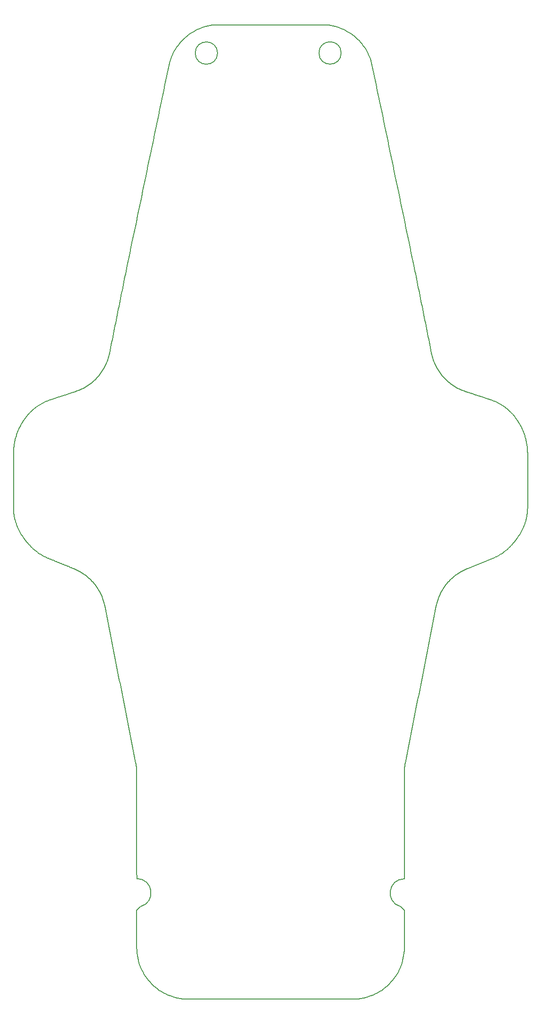
<source format=gm1>
G04 #@! TF.GenerationSoftware,KiCad,Pcbnew,(5.1.0)-1*
G04 #@! TF.CreationDate,2019-06-02T04:00:08-06:00*
G04 #@! TF.ProjectId,hcrn,6863726e-2e6b-4696-9361-645f70636258,0.1*
G04 #@! TF.SameCoordinates,Original*
G04 #@! TF.FileFunction,Profile,NP*
%FSLAX46Y46*%
G04 Gerber Fmt 4.6, Leading zero omitted, Abs format (unit mm)*
G04 Created by KiCad (PCBNEW (5.1.0)-1) date 2019-06-02 04:00:08*
%MOMM*%
%LPD*%
G04 APERTURE LIST*
%ADD10C,0.150000*%
%ADD11C,0.200000*%
G04 APERTURE END LIST*
D10*
X153180000Y-179932894D02*
X152512894Y-180593582D01*
X199969312Y-179932894D02*
X200630000Y-180600000D01*
X152530000Y-174903106D02*
G75*
G02X153180000Y-179932894I0J-2556894D01*
G01*
X199969312Y-179932894D02*
G75*
G02X200630000Y-174939686I660688J2452894D01*
G01*
D11*
X200632280Y-169677125D02*
X200632280Y-168696756D01*
X152522857Y-168696756D02*
X152522857Y-169677125D01*
X204428274Y-75117751D02*
X204329465Y-74627387D01*
X203341382Y-69723751D02*
X203242574Y-69233388D01*
X204230657Y-74137024D02*
X204131849Y-73646660D01*
X203835424Y-72175569D02*
X203736615Y-71685206D01*
X203934232Y-72665933D02*
X203835424Y-72175569D01*
X203637807Y-71194842D02*
X203538999Y-70704479D01*
X200478150Y-55838520D02*
X200243756Y-54715821D01*
X205021123Y-78059932D02*
X204922315Y-77569569D01*
X202946149Y-67762297D02*
X202847341Y-67271934D01*
X202353299Y-64820116D02*
X202118906Y-63697416D01*
X200712544Y-56961220D02*
X200478150Y-55838520D01*
X202649724Y-66291206D02*
X202550916Y-65800843D01*
X204625890Y-76098478D02*
X204527082Y-75608115D01*
X202452108Y-65310479D02*
X202353299Y-64820116D01*
X204329465Y-74627387D02*
X204230657Y-74137024D01*
X202118906Y-63697416D02*
X201884512Y-62574717D01*
X201415725Y-60329318D02*
X201181331Y-59206618D01*
X205657803Y-81114529D02*
X205581586Y-80815003D01*
X204922315Y-77569569D02*
X204823507Y-77079205D01*
X203736615Y-71685206D02*
X203637807Y-71194842D01*
X203044957Y-68252661D02*
X202946149Y-67762297D01*
X201884512Y-62574717D02*
X201650118Y-61452017D01*
X201181331Y-59206618D02*
X200946937Y-58083919D01*
X203440191Y-70214115D02*
X203341382Y-69723751D01*
X205218740Y-79040660D02*
X205119932Y-78550296D01*
X203143766Y-68743024D02*
X203044957Y-68252661D01*
X201650118Y-61452017D02*
X201415725Y-60329318D01*
X204131849Y-73646660D02*
X204033040Y-73156297D01*
X205515165Y-80511750D02*
X205416357Y-80021387D01*
X205317548Y-79531023D02*
X205218740Y-79040660D01*
X203242574Y-69233388D02*
X203143766Y-68743024D01*
X200243756Y-54715821D02*
X200009363Y-53593121D01*
X205416357Y-80021387D02*
X205317548Y-79531023D01*
X199540575Y-51347722D02*
X199306182Y-50225023D01*
X202847341Y-67271934D02*
X202748532Y-66781570D01*
X204527082Y-75608115D02*
X204428274Y-75117751D01*
X203538999Y-70704479D02*
X203440191Y-70214115D01*
X200009363Y-53593121D02*
X199774969Y-52470422D01*
X202748532Y-66781570D02*
X202649724Y-66291206D01*
X204724698Y-76588842D02*
X204625890Y-76098478D01*
X205581586Y-80815003D02*
X205515165Y-80511750D01*
X199774969Y-52470422D02*
X199540575Y-51347722D01*
X204823507Y-77079205D02*
X204724698Y-76588842D01*
X200946937Y-58083919D02*
X200712544Y-56961220D01*
X204033040Y-73156297D02*
X203934232Y-72665933D01*
X202550916Y-65800843D02*
X202452108Y-65310479D01*
X205119932Y-78550296D02*
X205021123Y-78059932D01*
X153848955Y-50225023D02*
X153614562Y-51347722D01*
X148430439Y-76588842D02*
X148331630Y-77079205D01*
X149023288Y-73646660D02*
X148924480Y-74137024D01*
X149813755Y-69723751D02*
X149714947Y-70214115D01*
X148331630Y-77079205D02*
X148232822Y-77569569D01*
X150406605Y-66781570D02*
X150307796Y-67271934D01*
X149319713Y-72175569D02*
X149220905Y-72665933D01*
X147573551Y-80815003D02*
X147497334Y-81114529D01*
X148628055Y-75608115D02*
X148529247Y-76098478D01*
X148035205Y-78550296D02*
X147936397Y-79040660D01*
X148924480Y-74137024D02*
X148825672Y-74627387D01*
X148134014Y-78059932D02*
X148035205Y-78550296D01*
X147738781Y-80021387D02*
X147639972Y-80511750D01*
X149714947Y-70214115D02*
X149616138Y-70704479D01*
X148726864Y-75117751D02*
X148628055Y-75608115D01*
X152676987Y-55838520D02*
X152442593Y-56961220D01*
X153614562Y-51347722D02*
X153380168Y-52470422D01*
X149418522Y-71685206D02*
X149319713Y-72175569D01*
X150307796Y-67271934D02*
X150208988Y-67762297D01*
X148529247Y-76098478D02*
X148430439Y-76588842D01*
X152208200Y-58083919D02*
X151973806Y-59206618D01*
X149122097Y-73156297D02*
X149023288Y-73646660D01*
X147936397Y-79040660D02*
X147837589Y-79531023D01*
X147837589Y-79531023D02*
X147738781Y-80021387D01*
X148825672Y-74627387D02*
X148726864Y-75117751D01*
X150604221Y-65800843D02*
X150505413Y-66291206D01*
X150703030Y-65310479D02*
X150604221Y-65800843D01*
X149912563Y-69233388D02*
X149813755Y-69723751D01*
X152911381Y-54715821D02*
X152676987Y-55838520D01*
X149616138Y-70704479D02*
X149517330Y-71194842D01*
X149220905Y-72665933D02*
X149122097Y-73156297D01*
X150505413Y-66291206D02*
X150406605Y-66781570D01*
X151739412Y-60329318D02*
X151505019Y-61452017D01*
X151505019Y-61452017D02*
X151270625Y-62574717D01*
X151973806Y-59206618D02*
X151739412Y-60329318D01*
X150208988Y-67762297D02*
X150110180Y-68252661D01*
X147639972Y-80511750D02*
X147573551Y-80815003D01*
X153145774Y-53593121D02*
X152911381Y-54715821D01*
X148232822Y-77569569D02*
X148134014Y-78059932D01*
X153380168Y-52470422D02*
X153145774Y-53593121D01*
X151036231Y-63697416D02*
X150801838Y-64820116D01*
X150801838Y-64820116D02*
X150703030Y-65310479D01*
X152442593Y-56961220D02*
X152208200Y-58083919D01*
X150011371Y-68743024D02*
X149912563Y-69233388D01*
X149517330Y-71194842D02*
X149418522Y-71685206D01*
X151270625Y-62574717D02*
X151036231Y-63697416D01*
X150110180Y-68252661D02*
X150011371Y-68743024D01*
X179192829Y-21564659D02*
X178904020Y-21564659D01*
X182080923Y-21564659D02*
X181792114Y-21564659D01*
X176588552Y-21564659D02*
X176587554Y-21564659D01*
X179481639Y-21564659D02*
X179192829Y-21564659D01*
X176882355Y-21564659D02*
X176593545Y-21564659D01*
X181792114Y-21564659D02*
X181503304Y-21564659D01*
X176584558Y-21564659D02*
X176583560Y-21564659D01*
X176592547Y-21564659D02*
X176591548Y-21564659D01*
X178615211Y-21564659D02*
X178326401Y-21564659D01*
X180925685Y-21564659D02*
X180636876Y-21564659D01*
X176582561Y-21564659D02*
X176581563Y-21564659D01*
X176571577Y-21564659D02*
X176570579Y-21564659D01*
X178326401Y-21564659D02*
X178037592Y-21564659D01*
X182947351Y-21564659D02*
X182658542Y-21564659D01*
X176570579Y-21564659D02*
X176569580Y-21564659D01*
X177748783Y-21564659D02*
X177459973Y-21564659D01*
X177171164Y-21564659D02*
X176882355Y-21564659D01*
X176572576Y-21564659D02*
X176571577Y-21564659D01*
X176593545Y-21564659D02*
X176592547Y-21564659D01*
X176578567Y-21564659D02*
X176577569Y-21564659D01*
X180636876Y-21564659D02*
X180348067Y-21564659D01*
X166509403Y-21600059D02*
X166110554Y-21643800D01*
X180059257Y-21564659D02*
X179770448Y-21564659D01*
X174539926Y-21564659D02*
X174251117Y-21564659D01*
X176579566Y-21564659D02*
X176578567Y-21564659D01*
X178037592Y-21564659D02*
X177748783Y-21564659D01*
X176575571Y-21564659D02*
X176574573Y-21564659D01*
X176591548Y-21564659D02*
X176590550Y-21564659D01*
X176590550Y-21564659D02*
X176589551Y-21564659D01*
X176583560Y-21564659D02*
X176582561Y-21564659D01*
X176573574Y-21564659D02*
X176572576Y-21564659D01*
X169630167Y-21564659D02*
X169341358Y-21564659D01*
X182658542Y-21564659D02*
X182369732Y-21564659D01*
X176580564Y-21564659D02*
X176579566Y-21564659D01*
X176574573Y-21564659D02*
X176573574Y-21564659D01*
X172518261Y-21564659D02*
X172229452Y-21564659D01*
X171074214Y-21564659D02*
X170785405Y-21564659D01*
X175117545Y-21564659D02*
X174828736Y-21564659D01*
X176589551Y-21564659D02*
X176588552Y-21564659D01*
X179770448Y-21564659D02*
X179481639Y-21564659D01*
X176563589Y-21564659D02*
X176562590Y-21564659D01*
X167319693Y-21564659D02*
X166912588Y-21573566D01*
X171363024Y-21564659D02*
X171074214Y-21564659D01*
X176585557Y-21564659D02*
X176584558Y-21564659D01*
X176566585Y-21564659D02*
X176565586Y-21564659D01*
X176587554Y-21564659D02*
X176586555Y-21564659D01*
X180348067Y-21564659D02*
X180059257Y-21564659D01*
X167608502Y-21564659D02*
X167319693Y-21564659D01*
X174251117Y-21564659D02*
X173962308Y-21564659D01*
X168474930Y-21564659D02*
X168186121Y-21564659D01*
X173384689Y-21564659D02*
X173095880Y-21564659D01*
X169341358Y-21564659D02*
X169052549Y-21564659D01*
X170785405Y-21564659D02*
X170496596Y-21564659D01*
X171651833Y-21564659D02*
X171363024Y-21564659D01*
X176562590Y-21564659D02*
X176561592Y-21564659D01*
X169052549Y-21564659D02*
X168763739Y-21564659D01*
X175983973Y-21564659D02*
X175695164Y-21564659D01*
X176564588Y-21564659D02*
X176563589Y-21564659D01*
X167897311Y-21564659D02*
X167608502Y-21564659D01*
X168763739Y-21564659D02*
X168474930Y-21564659D01*
X176561592Y-21564659D02*
X176272783Y-21564659D01*
X176567583Y-21564659D02*
X176566585Y-21564659D01*
X181214495Y-21564659D02*
X180925685Y-21564659D01*
X176272783Y-21564659D02*
X175983973Y-21564659D01*
X176565586Y-21564659D02*
X176564588Y-21564659D01*
X177459973Y-21564659D02*
X177171164Y-21564659D01*
X176581563Y-21564659D02*
X176580564Y-21564659D01*
X178904020Y-21564659D02*
X178615211Y-21564659D01*
X165327533Y-21781674D02*
X164944193Y-21875130D01*
X173673498Y-21564659D02*
X173384689Y-21564659D01*
X181503304Y-21564659D02*
X181214495Y-21564659D01*
X176576570Y-21564659D02*
X176575571Y-21564659D01*
X182369732Y-21564659D02*
X182080923Y-21564659D01*
X176577569Y-21564659D02*
X176576570Y-21564659D01*
X175406354Y-21564659D02*
X175117545Y-21564659D01*
X176586555Y-21564659D02*
X176585557Y-21564659D01*
X176569580Y-21564659D02*
X176568582Y-21564659D01*
X174828736Y-21564659D02*
X174539926Y-21564659D01*
D10*
X167040000Y-26650000D02*
G75*
G03X167040000Y-26650000I-2000000J0D01*
G01*
X189280000Y-26630000D02*
G75*
G03X189280000Y-26630000I-2000000J0D01*
G01*
D11*
X198368607Y-45734225D02*
X198134213Y-44611526D01*
X199306182Y-50225023D02*
X199071788Y-49102324D01*
X198603001Y-46856925D02*
X198368607Y-45734225D01*
X199071788Y-49102324D02*
X198837394Y-47979624D01*
X198837394Y-47979624D02*
X198603001Y-46856925D01*
X197899820Y-43488827D02*
X197665426Y-42366127D01*
X191939894Y-23877694D02*
X191645488Y-23628019D01*
X192496538Y-24413217D02*
X192223716Y-24139539D01*
X195321489Y-31139133D02*
X195087096Y-30016433D01*
X194063302Y-26631828D02*
X193879143Y-26284803D01*
X194388206Y-27352911D02*
X194233128Y-26987976D01*
X193469495Y-25619480D02*
X193244839Y-25301858D01*
X195790277Y-33384532D02*
X195555883Y-32261832D01*
X193879143Y-26284803D02*
X193681068Y-25947241D01*
X191340914Y-23390853D02*
X191026590Y-23166535D01*
X192223716Y-24139539D02*
X191939894Y-23877694D01*
X196024670Y-34507231D02*
X195790277Y-33384532D01*
X194852702Y-28893734D02*
X194760783Y-28497042D01*
X191026590Y-23166535D02*
X190702931Y-22955403D01*
X193681068Y-25947241D02*
X193469495Y-25619480D01*
X193244839Y-25301858D02*
X193007516Y-24994715D01*
X195087096Y-30016433D02*
X194852702Y-28893734D01*
X197431032Y-41243428D02*
X197196639Y-40120728D01*
X194233128Y-26987976D02*
X194063302Y-26631828D01*
X194760783Y-28497042D02*
X194652450Y-28107782D01*
X196259064Y-35629931D02*
X196024670Y-34507231D01*
X194652450Y-28107782D02*
X194528119Y-27726292D01*
X193007516Y-24994715D02*
X192757944Y-24698388D01*
X196493458Y-36752630D02*
X196259064Y-35629931D01*
X196727851Y-37875329D02*
X196493458Y-36752630D01*
X191645488Y-23628019D02*
X191340914Y-23390853D01*
X196962245Y-38998029D02*
X196727851Y-37875329D01*
X194528119Y-27726292D02*
X194388206Y-27352911D01*
X195555883Y-32261832D02*
X195321489Y-31139133D01*
X192757944Y-24698388D02*
X192496538Y-24413217D01*
X197665426Y-42366127D02*
X197431032Y-41243428D01*
X197196639Y-40120728D02*
X196962245Y-38998029D01*
X198134213Y-44611526D02*
X197899820Y-43488827D01*
X188959200Y-22109386D02*
X188588281Y-21984480D01*
X185835444Y-21564659D02*
X185546635Y-21564659D01*
X172229452Y-21564659D02*
X171940642Y-21564659D01*
X183813779Y-21564659D02*
X183524970Y-21564659D01*
X169918977Y-21564659D02*
X169630167Y-21564659D01*
X184102588Y-21564659D02*
X183813779Y-21564659D01*
X184391398Y-21564659D02*
X184102588Y-21564659D01*
X183524970Y-21564659D02*
X183236160Y-21564659D01*
X170496596Y-21564659D02*
X170207786Y-21564659D01*
X165716459Y-21704452D02*
X165327533Y-21781674D01*
X170207786Y-21564659D02*
X169918977Y-21564659D01*
X173962308Y-21564659D02*
X173673498Y-21564659D01*
X172807070Y-21564659D02*
X172518261Y-21564659D01*
X168186121Y-21564659D02*
X167897311Y-21564659D01*
X184680207Y-21564659D02*
X184391398Y-21564659D01*
X190702931Y-22955403D02*
X190370355Y-22757796D01*
X185257826Y-21564659D02*
X184969016Y-21564659D01*
X186645734Y-21600059D02*
X186242549Y-21573566D01*
X184969016Y-21564659D02*
X184680207Y-21564659D01*
X185546635Y-21564659D02*
X185257826Y-21564659D01*
X183236160Y-21564659D02*
X182947351Y-21564659D01*
X189680114Y-22404510D02*
X189323283Y-22249508D01*
X189323283Y-22249508D02*
X188959200Y-22109386D01*
X188588281Y-21984480D02*
X188210944Y-21875130D01*
X190370355Y-22757796D02*
X190029277Y-22574052D01*
X187438678Y-21704452D02*
X187044583Y-21643800D01*
X186242549Y-21573566D02*
X185835444Y-21564659D01*
X175695164Y-21564659D02*
X175406354Y-21564659D01*
X171940642Y-21564659D02*
X171651833Y-21564659D01*
X166110554Y-21643800D02*
X165716459Y-21704452D01*
X166912588Y-21573566D02*
X166509403Y-21600059D01*
X176568582Y-21564659D02*
X176567583Y-21564659D01*
X187827604Y-21781674D02*
X187438678Y-21704452D01*
X173095880Y-21564659D02*
X172807070Y-21564659D01*
X190029277Y-22574052D02*
X189680114Y-22404510D01*
X188210944Y-21875130D02*
X187827604Y-21781674D01*
X187044583Y-21643800D02*
X186645734Y-21600059D01*
X164944193Y-21875130D02*
X164566856Y-21984480D01*
X140090000Y-87900000D02*
X139951608Y-87945273D01*
X137183770Y-88850741D02*
X137045378Y-88896015D01*
X136718798Y-89009677D02*
X136557473Y-89070964D01*
X133539993Y-90996465D02*
X133417030Y-91116376D01*
X139813216Y-87990547D02*
X139674824Y-88035820D01*
X140505175Y-87764180D02*
X140366784Y-87809453D01*
X140366784Y-87809453D02*
X140228392Y-87854726D01*
X133177636Y-91363274D02*
X133061279Y-91490210D01*
X132947197Y-91619434D02*
X132835427Y-91750923D01*
X138982864Y-88262187D02*
X138844473Y-88307460D01*
X138844473Y-88307460D02*
X138706081Y-88352734D01*
X138152513Y-88533827D02*
X138014121Y-88579101D01*
X140781959Y-87673633D02*
X140643567Y-87718906D01*
X137737337Y-88669648D02*
X137598945Y-88714921D01*
X139536432Y-88081093D02*
X139398040Y-88126367D01*
X139121256Y-88216914D02*
X138982864Y-88262187D01*
X138429297Y-88443281D02*
X138290905Y-88488554D01*
X136881445Y-88951352D02*
X136718798Y-89009677D01*
X136557473Y-89070964D02*
X136397507Y-89135188D01*
X135619343Y-89499448D02*
X135468299Y-89580747D01*
X140920351Y-87628359D02*
X140781959Y-87673633D01*
X135771964Y-89420930D02*
X135619343Y-89499448D01*
X137598945Y-88714921D02*
X137460553Y-88760194D01*
X137460553Y-88760194D02*
X137322162Y-88805468D01*
X135468299Y-89580747D02*
X135318872Y-89664802D01*
X135318872Y-89664802D02*
X135171096Y-89751585D01*
X135171096Y-89751585D02*
X135025009Y-89841072D01*
X134738048Y-90028054D02*
X134597247Y-90125497D01*
X134458282Y-90225539D02*
X134321188Y-90328156D01*
X136081798Y-89272342D02*
X135926129Y-89345220D01*
X141058743Y-87583086D02*
X140920351Y-87628359D01*
X136397507Y-89135188D02*
X136238937Y-89202323D01*
X134052764Y-90541008D02*
X133921507Y-90651192D01*
X141335527Y-87492539D02*
X141197135Y-87537813D01*
X140228392Y-87854726D02*
X140090000Y-87900000D01*
X141767313Y-87345802D02*
X141473919Y-87447266D01*
X138706081Y-88352734D02*
X138567689Y-88398007D01*
X138567689Y-88398007D02*
X138429297Y-88443281D01*
X138290905Y-88488554D02*
X138152513Y-88533827D01*
X140643567Y-87718906D02*
X140505175Y-87764180D01*
X139951608Y-87945273D02*
X139813216Y-87990547D01*
X137322162Y-88805468D02*
X137183770Y-88850741D01*
X135025009Y-89841072D02*
X134880647Y-89933237D01*
X139398040Y-88126367D02*
X139259648Y-88171640D01*
X134880647Y-89933237D02*
X134738048Y-90028054D01*
X141473919Y-87447266D02*
X141335527Y-87492539D01*
X134597247Y-90125497D02*
X134458282Y-90225539D01*
X137045378Y-88896015D02*
X136881445Y-88951352D01*
X135926129Y-89345220D02*
X135771964Y-89420930D01*
X137875729Y-88624374D02*
X137737337Y-88669648D01*
X136238937Y-89202323D02*
X136081798Y-89272342D01*
X134186004Y-90433321D02*
X134052764Y-90541008D01*
X133921507Y-90651192D02*
X133792268Y-90763847D01*
X133792268Y-90763847D02*
X133665084Y-90878946D01*
X133665084Y-90878946D02*
X133539993Y-90996465D01*
X139674824Y-88035820D02*
X139536432Y-88081093D01*
X139259648Y-88171640D02*
X139121256Y-88216914D01*
X138014121Y-88579101D02*
X137875729Y-88624374D01*
X141197135Y-87537813D02*
X141058743Y-87583086D01*
X134321188Y-90328156D02*
X134186004Y-90433321D01*
X142055859Y-87235046D02*
X141767313Y-87345802D01*
X133417030Y-91116376D02*
X133296232Y-91238655D01*
X133296232Y-91238655D02*
X133177636Y-91363274D01*
X133061279Y-91490210D02*
X132947197Y-91619434D01*
X147097809Y-82271656D02*
X146975088Y-82549766D01*
X146232693Y-83864007D02*
X146059610Y-84110296D01*
X145878710Y-84350631D02*
X145690159Y-84584828D01*
X146975088Y-82549766D02*
X146843561Y-82823036D01*
X143420099Y-86548382D02*
X143158266Y-86702815D01*
X146059610Y-84110296D02*
X145878710Y-84350631D01*
X143676094Y-86385771D02*
X143420099Y-86548382D01*
X143158266Y-86702815D02*
X142890760Y-86848883D01*
X144407407Y-85850719D02*
X144169913Y-86036754D01*
X142890760Y-86848883D02*
X142617747Y-86986401D01*
X146554749Y-83354314D02*
X146397794Y-83611952D01*
X142617747Y-86986401D02*
X142339392Y-87115184D01*
X142339392Y-87115184D02*
X142055859Y-87235046D01*
X146397794Y-83611952D02*
X146232693Y-83864007D01*
X144862739Y-85456524D02*
X144638404Y-85657247D01*
X147211559Y-81988892D02*
X147097809Y-82271656D01*
X145080247Y-85248735D02*
X144862739Y-85456524D01*
X146703394Y-83091280D02*
X146554749Y-83354314D01*
X146843561Y-82823036D02*
X146703394Y-83091280D01*
X145494122Y-84812702D02*
X145290763Y-85034066D01*
X144169913Y-86036754D02*
X143926087Y-86215166D01*
X147497334Y-81114529D02*
X147411486Y-81410143D01*
X147411486Y-81410143D02*
X147316173Y-81701659D01*
X144638404Y-85657247D02*
X144407407Y-85850719D01*
X143926087Y-86215166D02*
X143676094Y-86385771D01*
X147316173Y-81701659D02*
X147211559Y-81988892D01*
X145290763Y-85034066D02*
X145080247Y-85248735D01*
X145690159Y-84584828D02*
X145494122Y-84812702D01*
X219858907Y-91238655D02*
X219738107Y-91116376D01*
X219738107Y-91116376D02*
X219615141Y-90996465D01*
X219490048Y-90878946D02*
X219362862Y-90763847D01*
X219977505Y-91363274D02*
X219858907Y-91238655D01*
X219615141Y-90996465D02*
X219490048Y-90878946D01*
X132511013Y-114130618D02*
X132527327Y-114151388D01*
X132706786Y-114379860D02*
X132723100Y-114400630D01*
X132804672Y-114504481D02*
X132820987Y-114525251D01*
X132083086Y-113572716D02*
X132197448Y-113728133D01*
X133855219Y-115644810D02*
X133966186Y-115744935D01*
X131760777Y-113094014D02*
X131864730Y-113255598D01*
X131294079Y-112258196D02*
X131380275Y-112428883D01*
X131470064Y-112597867D02*
X131563424Y-112765090D01*
X132197448Y-113728133D02*
X132315240Y-113881376D01*
X132723100Y-114400630D02*
X132739415Y-114421400D01*
X133026969Y-114779539D02*
X133124496Y-114893781D01*
X133531995Y-115333546D02*
X133638099Y-115439098D01*
X132608900Y-114255239D02*
X132625214Y-114276009D01*
X134544150Y-116217525D02*
X134664202Y-116306312D01*
X134785685Y-116393147D02*
X134908576Y-116478012D01*
X132820987Y-114525251D02*
X132837301Y-114546021D01*
X134908576Y-116478012D02*
X135032850Y-116560889D01*
X135032850Y-116560889D02*
X135158484Y-116641761D01*
X132527327Y-114151388D02*
X132543642Y-114172158D01*
X132347869Y-113922916D02*
X132364183Y-113943686D01*
X135158484Y-116641761D02*
X135285455Y-116720610D01*
X132396812Y-113985227D02*
X132413127Y-114005997D01*
X132625214Y-114276009D02*
X132641528Y-114296779D01*
X132772044Y-114462940D02*
X132788358Y-114483710D01*
X133324814Y-115117139D02*
X133427558Y-115226221D01*
X132380498Y-113964457D02*
X132396812Y-113985227D01*
X132413127Y-114005997D02*
X132429441Y-114026767D01*
X132931230Y-114663613D02*
X133026969Y-114779539D01*
X131380275Y-112428883D02*
X131470064Y-112597867D01*
X132788358Y-114483710D02*
X132804672Y-114504481D01*
X132445755Y-114047537D02*
X132462070Y-114068307D01*
X132429441Y-114026767D02*
X132445755Y-114047537D01*
X132592585Y-114234469D02*
X132608900Y-114255239D01*
X133223785Y-115006320D02*
X133324814Y-115117139D01*
X133638099Y-115439098D02*
X133745849Y-115542859D01*
X132559956Y-114192928D02*
X132576271Y-114213698D01*
X131660335Y-112930492D02*
X131760777Y-113094014D01*
X132690472Y-114359090D02*
X132706786Y-114379860D01*
X132478384Y-114089077D02*
X132494699Y-114109848D01*
X132739415Y-114421400D02*
X132755729Y-114442170D01*
X132331555Y-113902146D02*
X132347869Y-113922916D01*
X132755729Y-114442170D02*
X132772044Y-114462940D01*
X133427558Y-115226221D02*
X133531995Y-115333546D01*
X133745849Y-115542859D02*
X133855219Y-115644810D01*
X133966186Y-115744935D02*
X134078727Y-115843214D01*
X132494699Y-114109848D02*
X132511013Y-114130618D01*
X131972173Y-113415185D02*
X132083086Y-113572716D01*
X134192817Y-115939630D02*
X134308434Y-116034166D01*
X131864730Y-113255598D02*
X131972173Y-113415185D01*
X132641528Y-114296779D02*
X132657843Y-114317549D01*
X132837301Y-114546021D02*
X132931230Y-114663613D01*
X133124496Y-114893781D02*
X133223785Y-115006320D01*
X132657843Y-114317549D02*
X132674157Y-114338319D01*
X132364183Y-113943686D02*
X132380498Y-113964457D01*
X134308434Y-116034166D02*
X134425552Y-116126804D01*
X132543642Y-114172158D02*
X132559956Y-114192928D01*
X132576271Y-114213698D02*
X132592585Y-114234469D01*
X134425552Y-116126804D02*
X134544150Y-116217525D01*
X132674157Y-114338319D02*
X132690472Y-114359090D01*
X134664202Y-116306312D02*
X134785685Y-116393147D01*
X131563424Y-112765090D02*
X131660335Y-112930492D01*
X132315240Y-113881376D02*
X132331555Y-113902146D01*
X132462070Y-114068307D02*
X132478384Y-114089077D01*
X134078727Y-115843214D02*
X134192817Y-115939630D01*
X130634151Y-110470598D02*
X130683309Y-110655080D01*
X130792990Y-111020642D02*
X130853473Y-111201603D01*
X130347703Y-108191262D02*
X130349730Y-108384535D01*
X130365881Y-108769794D02*
X130379965Y-108961664D01*
X130736262Y-110838448D02*
X130792990Y-111020642D01*
X130917690Y-111381273D02*
X130985621Y-111559593D01*
X130347703Y-107002013D02*
X130347703Y-107299325D01*
X130347703Y-107299325D02*
X130347703Y-107596638D01*
X130853473Y-111201603D02*
X130917690Y-111381273D01*
X130547303Y-110098524D02*
X130588809Y-110285060D01*
X130588809Y-110285060D02*
X130634151Y-110470598D01*
X130985621Y-111559593D02*
X131057246Y-111736504D01*
X131057246Y-111736504D02*
X131132544Y-111911947D01*
X130347703Y-106704700D02*
X130347703Y-107002013D01*
X131132544Y-111911947D02*
X131211495Y-112085864D01*
X131211495Y-112085864D02*
X131294079Y-112258196D01*
X130347703Y-107596638D02*
X130347703Y-107893950D01*
X130347703Y-107893950D02*
X130347703Y-108191262D01*
X130446005Y-109533523D02*
X130475881Y-109722697D01*
X130475881Y-109722697D02*
X130509654Y-109911050D01*
X130509654Y-109911050D02*
X130547303Y-110098524D01*
X130420047Y-109343586D02*
X130446005Y-109533523D01*
X130347703Y-106407388D02*
X130347703Y-106704700D01*
X130379965Y-108961664D02*
X130398027Y-109152947D01*
X130683309Y-110655080D02*
X130736262Y-110838448D01*
X130349730Y-108384535D02*
X130355796Y-108577399D01*
X130355796Y-108577399D02*
X130365881Y-108769794D01*
X130398027Y-109152947D02*
X130420047Y-109343586D01*
X214725840Y-88443281D02*
X214587448Y-88398007D01*
X215694584Y-88760194D02*
X215556192Y-88714921D01*
X215279408Y-88624374D02*
X215141016Y-88579101D01*
X216109759Y-88896015D02*
X215971367Y-88850741D01*
X215832975Y-88805468D02*
X215694584Y-88760194D01*
X215417800Y-88669648D02*
X215279408Y-88624374D01*
X215971367Y-88850741D02*
X215832975Y-88805468D01*
X215556192Y-88714921D02*
X215417800Y-88669648D01*
X215141016Y-88579101D02*
X215002624Y-88533827D01*
X215002624Y-88533827D02*
X214864232Y-88488554D01*
X214864232Y-88488554D02*
X214725840Y-88443281D01*
X139486422Y-118553445D02*
X139629571Y-118611423D01*
X141204211Y-119249179D02*
X141471828Y-119362500D01*
X142736636Y-120044208D02*
X142974028Y-120202463D01*
X137625483Y-117799733D02*
X137768632Y-117857710D01*
X145024160Y-122140362D02*
X145193920Y-122366207D01*
X135543310Y-116872166D02*
X135674148Y-116944837D01*
X136484411Y-117336254D02*
X136623440Y-117393888D01*
X136766589Y-117451865D02*
X136909738Y-117509843D01*
X137196036Y-117625799D02*
X137339185Y-117683777D01*
X137768632Y-117857710D02*
X137911782Y-117915688D01*
X141471828Y-119362500D02*
X141734734Y-119483705D01*
X143652710Y-120718208D02*
X143867338Y-120903256D01*
X138484378Y-118147600D02*
X138627527Y-118205578D01*
X140345316Y-118901312D02*
X140488465Y-118959290D01*
X144664366Y-121704892D02*
X144847599Y-121919871D01*
X142974028Y-120202463D02*
X143205924Y-120367654D01*
X145193920Y-122366207D02*
X145356747Y-122597247D01*
X145356747Y-122597247D02*
X145512511Y-122833325D01*
X135939523Y-117083879D02*
X136074013Y-117150213D01*
X136346481Y-117276418D02*
X136484411Y-117336254D01*
X138198080Y-118031644D02*
X138341229Y-118089622D01*
X139629571Y-118611423D02*
X139772720Y-118669401D01*
X140488465Y-118959290D02*
X140631614Y-119017268D01*
X142245891Y-119749137D02*
X142493880Y-119893047D01*
X144278410Y-121292101D02*
X144474593Y-121495582D01*
X145512511Y-122833325D02*
X145661081Y-123074282D01*
X143432196Y-120539621D02*
X143652710Y-120718208D01*
X145661081Y-123074282D02*
X145802326Y-123319959D01*
X135674148Y-116944837D02*
X135806226Y-117015414D01*
X136623440Y-117393888D02*
X136766589Y-117451865D01*
X138913825Y-118321533D02*
X139056974Y-118379511D01*
X138770676Y-118263556D02*
X138913825Y-118321533D01*
X140202167Y-118843334D02*
X140345316Y-118901312D01*
X142493880Y-119893047D02*
X142736636Y-120044208D01*
X135806226Y-117015414D02*
X135939523Y-117083879D01*
X139915869Y-118727378D02*
X140059018Y-118785356D01*
X137052887Y-117567821D02*
X137196036Y-117625799D01*
X141061062Y-119191201D02*
X141204211Y-119249179D01*
X139200123Y-118437489D02*
X139343273Y-118495467D01*
X141734734Y-119483705D02*
X141992798Y-119612637D01*
X138054931Y-117973666D02*
X138198080Y-118031644D01*
X141992798Y-119612637D02*
X142245891Y-119749137D01*
X144075948Y-121094606D02*
X144278410Y-121292101D01*
X135285455Y-116720610D02*
X135413738Y-116797417D01*
X144474593Y-121495582D02*
X144664366Y-121704892D01*
X139343273Y-118495467D02*
X139486422Y-118553445D01*
X137482334Y-117741755D02*
X137625483Y-117799733D01*
X144847599Y-121919871D02*
X145024160Y-122140362D01*
X136074013Y-117150213D02*
X136209673Y-117214398D01*
X137339185Y-117683777D02*
X137482334Y-117741755D01*
X140631614Y-119017268D02*
X140774764Y-119075246D01*
X143205924Y-120367654D02*
X143432196Y-120539621D01*
X136209673Y-117214398D02*
X136346481Y-117276418D01*
X138341229Y-118089622D02*
X138484378Y-118147600D01*
X140774764Y-119075246D02*
X140917913Y-119133223D01*
X139772720Y-118669401D02*
X139915869Y-118727378D01*
X140059018Y-118785356D02*
X140202167Y-118843334D01*
X143867338Y-120903256D02*
X144075948Y-121094606D01*
X138627527Y-118205578D02*
X138770676Y-118263556D01*
X140917913Y-119133223D02*
X141061062Y-119191201D01*
X136909738Y-117509843D02*
X137052887Y-117567821D01*
X135413738Y-116797417D02*
X135543310Y-116872166D01*
X137911782Y-117915688D02*
X138054931Y-117973666D01*
X139056974Y-118379511D02*
X139200123Y-118437489D01*
X148696136Y-135683237D02*
X148870041Y-136563387D01*
X146957082Y-126881738D02*
X147130988Y-127761888D01*
X147478798Y-129522187D02*
X147652704Y-130402337D01*
X148348325Y-133922937D02*
X148522230Y-134803087D01*
X148522230Y-134803087D02*
X148696136Y-135683237D01*
X146652922Y-125436353D02*
X146722365Y-125717401D01*
X147130988Y-127761888D02*
X147304893Y-128642038D01*
X146574978Y-125158602D02*
X146652922Y-125436353D01*
X146394110Y-124613625D02*
X146488664Y-124884307D01*
X146180808Y-124083736D02*
X146291448Y-124346716D01*
X147304893Y-128642038D02*
X147478798Y-129522187D01*
X145802326Y-123319959D02*
X145936116Y-123570200D01*
X146722365Y-125717401D02*
X146783177Y-126001588D01*
X145936116Y-123570200D02*
X146062320Y-123824845D01*
X146291448Y-124346716D02*
X146394110Y-124613625D01*
X147652704Y-130402337D02*
X147826609Y-131282487D01*
X147826609Y-131282487D02*
X148000514Y-132162637D01*
X148000514Y-132162637D02*
X148174420Y-133042787D01*
X148174420Y-133042787D02*
X148348325Y-133922937D01*
X146488664Y-124884307D02*
X146574978Y-125158602D01*
X146062320Y-123824845D02*
X146180808Y-124083736D01*
X146783177Y-126001588D02*
X146957082Y-126881738D01*
X158766931Y-27352911D02*
X158627018Y-27726292D01*
X156427286Y-37875329D02*
X156192892Y-38998029D01*
X155020924Y-44611526D02*
X154786530Y-45734225D01*
X161814223Y-23390853D02*
X161509649Y-23628019D01*
X161509649Y-23628019D02*
X161215243Y-23877694D01*
X154552136Y-46856925D02*
X154317743Y-47979624D01*
X156192892Y-38998029D02*
X155958498Y-40120728D01*
X154317743Y-47979624D02*
X154083349Y-49102324D01*
X162452206Y-22955403D02*
X162128547Y-23166535D01*
X157833648Y-31139133D02*
X157599254Y-32261832D01*
X156896073Y-35629931D02*
X156661679Y-36752630D01*
X154786530Y-45734225D02*
X154552136Y-46856925D01*
X157130467Y-34507231D02*
X156896073Y-35629931D01*
X160931421Y-24139539D02*
X160658599Y-24413217D01*
X162784783Y-22757796D02*
X162452206Y-22955403D01*
X160147621Y-24994715D02*
X159910299Y-25301858D01*
X158627018Y-27726292D02*
X158502687Y-28107782D01*
X160397193Y-24698388D02*
X160147621Y-24994715D01*
X159910299Y-25301858D02*
X159685642Y-25619480D01*
X157364860Y-33384532D02*
X157130467Y-34507231D01*
X155489711Y-42366127D02*
X155255317Y-43488827D01*
X163125860Y-22574052D02*
X162784783Y-22757796D01*
X159685642Y-25619480D02*
X159474069Y-25947241D01*
X159474069Y-25947241D02*
X159275994Y-26284803D01*
X163831854Y-22249508D02*
X163475023Y-22404510D01*
X164566856Y-21984480D02*
X164195937Y-22109386D01*
X161215243Y-23877694D02*
X160931421Y-24139539D01*
X159091836Y-26631828D02*
X158922009Y-26987976D01*
X162128547Y-23166535D02*
X161814223Y-23390853D01*
X158394354Y-28497042D02*
X158302435Y-28893734D01*
X158068041Y-30016433D02*
X157833648Y-31139133D01*
X156661679Y-36752630D02*
X156427286Y-37875329D01*
X164195937Y-22109386D02*
X163831854Y-22249508D01*
X158922009Y-26987976D02*
X158766931Y-27352911D01*
X155958498Y-40120728D02*
X155724105Y-41243428D01*
X155724105Y-41243428D02*
X155489711Y-42366127D01*
X155255317Y-43488827D02*
X155020924Y-44611526D01*
X154083349Y-49102324D02*
X153848955Y-50225023D01*
X160658599Y-24413217D02*
X160397193Y-24698388D01*
X158502687Y-28107782D02*
X158394354Y-28497042D01*
X158302435Y-28893734D02*
X158068041Y-30016433D01*
X163475023Y-22404510D02*
X163125860Y-22574052D01*
X159275994Y-26284803D02*
X159091836Y-26631828D01*
X157599254Y-32261832D02*
X157364860Y-33384532D01*
X217073329Y-89272342D02*
X216916192Y-89202323D01*
X217383161Y-89420930D02*
X217228998Y-89345220D01*
X217836252Y-89664802D02*
X217686825Y-89580747D01*
X216757623Y-89135188D02*
X216597658Y-89070964D01*
X216597658Y-89070964D02*
X216436335Y-89009677D01*
X217535782Y-89499448D02*
X217383161Y-89420930D01*
X216273690Y-88951352D02*
X216109759Y-88896015D01*
X217228998Y-89345220D02*
X217073329Y-89272342D01*
X216436335Y-89009677D02*
X216273690Y-88951352D01*
X216916192Y-89202323D02*
X216757623Y-89135188D01*
X217686825Y-89580747D02*
X217535782Y-89499448D01*
X218557876Y-90125497D02*
X218417075Y-90028054D01*
X217984027Y-89751585D02*
X217836252Y-89664802D01*
X219233622Y-90651192D02*
X219102363Y-90541008D01*
X218274476Y-89933237D02*
X218130114Y-89841072D01*
X218696842Y-90225539D02*
X218557876Y-90125497D01*
X218130114Y-89841072D02*
X217984027Y-89751585D01*
X219102363Y-90541008D02*
X218969122Y-90433321D01*
X218969122Y-90433321D02*
X218833937Y-90328156D01*
X219362862Y-90763847D02*
X219233622Y-90651192D01*
X218833937Y-90328156D02*
X218696842Y-90225539D01*
X218417075Y-90028054D02*
X218274476Y-89933237D01*
X132618947Y-92020587D02*
X132618947Y-92020587D01*
X130347703Y-102542327D02*
X130347703Y-102839639D01*
X130347703Y-104623513D02*
X130347703Y-104920826D01*
X130347703Y-102245014D02*
X130347703Y-102542327D01*
X131344360Y-94125903D02*
X131253227Y-94329481D01*
X132222680Y-92567977D02*
X132098592Y-92755218D01*
X132618951Y-92020587D02*
X132618950Y-92020587D01*
X130347703Y-98677265D02*
X130347703Y-98974578D01*
X130347703Y-105218138D02*
X130347703Y-105515451D01*
X130347703Y-100163827D02*
X130347703Y-100461140D01*
X131642864Y-93526281D02*
X131539201Y-93724235D01*
X130461061Y-97109939D02*
X130431124Y-97331775D01*
X130347703Y-99271890D02*
X130347703Y-99569202D01*
X130347703Y-100461140D02*
X130347703Y-100758452D01*
X130347703Y-99866515D02*
X130347703Y-100163827D01*
X132618947Y-92020587D02*
X132482880Y-92200595D01*
X130431124Y-97331775D02*
X130405729Y-97554412D01*
X130347703Y-101055764D02*
X130347703Y-101353077D01*
X130347703Y-104920826D02*
X130347703Y-105218138D01*
X130495518Y-96888970D02*
X130461061Y-97109939D01*
X130534472Y-96668937D02*
X130495518Y-96888970D01*
X130347703Y-105515451D02*
X130347703Y-105812763D01*
X132618949Y-92020587D02*
X132618948Y-92020587D01*
X131862558Y-93136464D02*
X131750657Y-93330334D01*
X130347703Y-105812763D02*
X130347703Y-106110075D01*
X130347703Y-106110075D02*
X130347703Y-106407388D01*
X132350783Y-92383080D02*
X132222680Y-92567977D01*
X130347703Y-100758452D02*
X130347703Y-101055764D01*
X132618948Y-92020587D02*
X132618947Y-92020587D01*
X131978544Y-92944736D02*
X131862558Y-93136464D01*
X130577900Y-96449906D02*
X130534472Y-96668937D01*
X130347703Y-103136951D02*
X130347703Y-103434264D01*
X130347703Y-104028889D02*
X130347703Y-104326201D01*
X131539201Y-93724235D02*
X131439692Y-93924132D01*
X130678088Y-96015120D02*
X130625780Y-96231945D01*
X130795898Y-95585147D02*
X130734802Y-95799498D01*
X131253227Y-94329481D02*
X131166316Y-94534799D01*
X132618950Y-92020587D02*
X132618949Y-92020587D01*
X130384901Y-97777783D02*
X130368661Y-98001821D01*
X132618950Y-92020587D02*
X132618950Y-92020587D01*
X131750657Y-93330334D02*
X131642864Y-93526281D01*
X131439692Y-93924132D02*
X131344360Y-94125903D01*
X131005253Y-94950389D02*
X130931146Y-95160525D01*
X130347703Y-99569202D02*
X130347703Y-99866515D01*
X130347703Y-101353077D02*
X130347703Y-101650389D01*
X131083650Y-94741791D02*
X131005253Y-94950389D01*
X130931146Y-95160525D02*
X130861353Y-95372134D01*
X130734802Y-95799498D02*
X130678088Y-96015120D01*
X130347703Y-101650389D02*
X130347703Y-101947702D01*
X130347703Y-101947702D02*
X130347703Y-102245014D01*
X132482880Y-92200595D02*
X132350783Y-92383080D01*
X132098592Y-92755218D02*
X131978544Y-92944736D01*
X130368661Y-98001821D02*
X130357033Y-98226459D01*
X130347703Y-102839639D02*
X130347703Y-103136951D01*
X130347703Y-103434264D02*
X130347703Y-103731576D01*
X130347703Y-103731576D02*
X130347703Y-104028889D01*
X130347703Y-104326201D02*
X130347703Y-104623513D01*
X130357033Y-98226459D02*
X130350039Y-98451629D01*
X130625780Y-96231945D02*
X130577900Y-96449906D01*
X130405729Y-97554412D02*
X130384901Y-97777783D01*
X131166316Y-94534799D02*
X131083650Y-94741791D01*
X130861353Y-95372134D02*
X130795898Y-95585147D01*
X130350039Y-98451629D02*
X130347703Y-98677265D01*
X130347703Y-98974578D02*
X130347703Y-99271890D01*
X132618960Y-92020587D02*
X132618959Y-92020587D01*
X132618955Y-92020587D02*
X132618954Y-92020587D01*
X132618954Y-92020587D02*
X132618954Y-92020587D01*
X132618954Y-92020587D02*
X132618953Y-92020587D01*
X132618953Y-92020587D02*
X132618952Y-92020587D01*
X132618952Y-92020587D02*
X132618952Y-92020587D01*
X132618956Y-92020587D02*
X132618955Y-92020587D01*
X132618952Y-92020587D02*
X132618951Y-92020587D01*
X132618966Y-92020587D02*
X132618966Y-92020587D01*
X132618964Y-92020587D02*
X132618964Y-92020587D01*
X132726005Y-91884649D02*
X132618968Y-92020587D01*
X132618965Y-92020587D02*
X132618964Y-92020587D01*
X132618964Y-92020587D02*
X132618963Y-92020587D01*
X132618963Y-92020587D02*
X132618962Y-92020587D01*
X132618962Y-92020587D02*
X132618962Y-92020587D01*
X132618968Y-92020587D02*
X132618968Y-92020587D01*
X132618968Y-92020587D02*
X132618967Y-92020587D01*
X132618967Y-92020587D02*
X132618966Y-92020587D01*
X132618961Y-92020587D02*
X132618960Y-92020587D01*
X132835427Y-91750923D02*
X132726005Y-91884649D01*
X132618960Y-92020587D02*
X132618960Y-92020587D01*
X132618959Y-92020587D02*
X132618958Y-92020587D01*
X132618958Y-92020587D02*
X132618957Y-92020587D01*
X132618966Y-92020587D02*
X132618965Y-92020587D01*
X132618956Y-92020587D02*
X132618956Y-92020587D01*
X132618958Y-92020587D02*
X132618958Y-92020587D01*
X132618957Y-92020587D02*
X132618956Y-92020587D01*
X132618962Y-92020587D02*
X132618961Y-92020587D01*
X205943578Y-81988892D02*
X205838964Y-81701659D01*
X206451744Y-83091280D02*
X206311576Y-82823036D01*
X206311576Y-82823036D02*
X206180049Y-82549766D01*
X206180049Y-82549766D02*
X206057328Y-82271656D01*
X206057328Y-82271656D02*
X205943578Y-81988892D01*
X205838964Y-81701659D02*
X205743651Y-81410143D01*
X205743651Y-81410143D02*
X205657803Y-81114529D01*
X209479043Y-86385771D02*
X209229050Y-86215166D01*
X211387824Y-87345802D02*
X211099278Y-87235046D01*
X211099278Y-87235046D02*
X210815745Y-87115184D01*
X210537390Y-86986401D02*
X210264377Y-86848883D01*
X210815745Y-87115184D02*
X210537390Y-86986401D01*
X210264377Y-86848883D02*
X209996871Y-86702815D01*
X209229050Y-86215166D02*
X208985224Y-86036754D01*
X209996871Y-86702815D02*
X209735038Y-86548382D01*
X209735038Y-86548382D02*
X209479043Y-86385771D01*
X208985224Y-86036754D02*
X208747730Y-85850719D01*
X208747730Y-85850719D02*
X208516733Y-85657247D01*
X207276427Y-84350631D02*
X207095527Y-84110296D01*
X207095527Y-84110296D02*
X206922444Y-83864007D01*
X207661015Y-84812702D02*
X207464978Y-84584828D01*
X206922444Y-83864007D02*
X206757343Y-83611952D01*
X208516733Y-85657247D02*
X208292398Y-85456524D01*
X207864374Y-85034066D02*
X207661015Y-84812702D01*
X206757343Y-83611952D02*
X206600388Y-83354314D01*
X207464978Y-84584828D02*
X207276427Y-84350631D01*
X208292398Y-85456524D02*
X208074890Y-85248735D01*
X206600388Y-83354314D02*
X206451744Y-83091280D01*
X208074890Y-85248735D02*
X207864374Y-85034066D01*
X220093866Y-91490210D02*
X219977505Y-91363274D01*
X220429150Y-91884649D02*
X220319724Y-91750923D01*
X220319724Y-91750923D02*
X220207951Y-91619434D01*
X220207951Y-91619434D02*
X220093866Y-91490210D01*
X220536190Y-92020587D02*
X220429150Y-91884649D01*
X213382431Y-118669401D02*
X213525581Y-118611423D01*
X214384484Y-118263556D02*
X214527634Y-118205578D01*
X214813935Y-118089622D02*
X214957086Y-118031644D01*
X208490773Y-121704892D02*
X208680546Y-121495582D01*
X211162339Y-119612637D02*
X211420403Y-119483705D01*
X213668732Y-118553445D02*
X213811882Y-118495467D01*
X212952979Y-118843334D02*
X213096130Y-118785356D01*
X213239280Y-118727378D02*
X213382431Y-118669401D01*
X214098183Y-118379511D02*
X214241333Y-118321533D01*
X214241333Y-118321533D02*
X214384484Y-118263556D01*
X207494063Y-123074282D02*
X207642632Y-122833325D01*
X211683309Y-119362500D02*
X211950926Y-119249179D01*
X207961221Y-122366207D02*
X208130980Y-122140362D01*
X210909247Y-119749137D02*
X211162339Y-119612637D01*
X214957086Y-118031644D02*
X215100236Y-117973666D01*
X206863700Y-124346716D02*
X206974339Y-124083736D01*
X212094077Y-119191201D02*
X212237227Y-119133223D01*
X215100236Y-117973666D02*
X215243386Y-117915688D01*
X209287800Y-120903256D02*
X209502427Y-120718208D01*
X207352818Y-123319959D02*
X207494063Y-123074282D01*
X207642632Y-122833325D02*
X207798395Y-122597247D01*
X210181110Y-120202463D02*
X210418501Y-120044208D01*
X211420403Y-119483705D02*
X211683309Y-119362500D01*
X212809829Y-118901312D02*
X212952979Y-118843334D01*
X212380378Y-119075246D02*
X212523528Y-119017268D01*
X206198076Y-126881738D02*
X206371982Y-126001588D01*
X208876728Y-121292101D02*
X209079190Y-121094606D01*
X206371982Y-126001588D02*
X206432791Y-125717401D01*
X209502427Y-120718208D02*
X209722942Y-120539621D01*
X209722942Y-120539621D02*
X209949213Y-120367654D01*
X208680546Y-121495582D02*
X208876728Y-121292101D01*
X213096130Y-118785356D02*
X213239280Y-118727378D01*
X214670785Y-118147600D02*
X214813935Y-118089622D01*
X207219029Y-123570200D02*
X207352818Y-123319959D01*
X212523528Y-119017268D02*
X212666678Y-118959290D01*
X206761040Y-124613625D02*
X206863700Y-124346716D01*
X213525581Y-118611423D02*
X213668732Y-118553445D01*
X208130980Y-122140362D02*
X208307541Y-121919871D01*
X208307541Y-121919871D02*
X208490773Y-121704892D01*
X215243386Y-117915688D02*
X215386537Y-117857710D01*
X207092826Y-123824845D02*
X207219029Y-123570200D01*
X206666488Y-124884307D02*
X206761040Y-124613625D01*
X214527634Y-118205578D02*
X214670785Y-118147600D01*
X215386537Y-117857710D02*
X215529687Y-117799733D01*
X215529687Y-117799733D02*
X215672838Y-117741755D01*
X215672838Y-117741755D02*
X215815988Y-117683777D01*
X213955032Y-118437489D02*
X214098183Y-118379511D01*
X215815988Y-117683777D02*
X215959139Y-117625799D01*
X213811882Y-118495467D02*
X213955032Y-118437489D01*
X206974339Y-124083736D02*
X207092826Y-123824845D01*
X205676358Y-129522187D02*
X205850264Y-128642038D01*
X205850264Y-128642038D02*
X206024170Y-127761888D01*
X206580175Y-125158602D02*
X206666488Y-124884307D01*
X209949213Y-120367654D02*
X210181110Y-120202463D01*
X206432791Y-125717401D02*
X206502233Y-125436353D01*
X211950926Y-119249179D02*
X212094077Y-119191201D01*
X210418501Y-120044208D02*
X210661257Y-119893047D01*
X206024170Y-127761888D02*
X206198076Y-126881738D01*
X212666678Y-118959290D02*
X212809829Y-118901312D01*
X207798395Y-122597247D02*
X207961221Y-122366207D01*
X206502233Y-125436353D02*
X206580175Y-125158602D01*
X209079190Y-121094606D02*
X209287800Y-120903256D01*
X210661257Y-119893047D02*
X210909247Y-119749137D01*
X212237227Y-119133223D02*
X212380378Y-119075246D01*
X204285110Y-136563387D02*
X204459016Y-135683237D01*
X204459016Y-135683237D02*
X204632922Y-134803087D01*
X204632922Y-134803087D02*
X204806828Y-133922937D01*
X205328546Y-131282487D02*
X205502452Y-130402337D01*
X205502452Y-130402337D02*
X205676358Y-129522187D01*
X204980734Y-133042787D02*
X205154640Y-132162637D01*
X205154640Y-132162637D02*
X205328546Y-131282487D01*
X204806828Y-133922937D02*
X204980734Y-133042787D01*
X213757097Y-88126367D02*
X213618705Y-88081093D01*
X213341921Y-87990547D02*
X213203529Y-87945273D01*
X213203529Y-87945273D02*
X213065137Y-87900000D01*
X214587448Y-88398007D02*
X214449056Y-88352734D01*
X214449056Y-88352734D02*
X214310665Y-88307460D01*
X213618705Y-88081093D02*
X213480313Y-88035820D01*
X214033881Y-88216914D02*
X213895489Y-88171640D01*
X214310665Y-88307460D02*
X214172273Y-88262187D01*
X213480313Y-88035820D02*
X213341921Y-87990547D01*
X214172273Y-88262187D02*
X214033881Y-88216914D01*
X213895489Y-88171640D02*
X213757097Y-88126367D01*
X212788354Y-87809453D02*
X212649962Y-87764180D01*
X212373178Y-87673633D02*
X212234786Y-87628359D01*
X211958002Y-87537813D02*
X211819610Y-87492539D01*
X212511570Y-87718906D02*
X212373178Y-87673633D01*
X212096394Y-87583086D02*
X211958002Y-87537813D01*
X211681218Y-87447266D02*
X211387824Y-87345802D01*
X212234786Y-87628359D02*
X212096394Y-87583086D01*
X211819610Y-87492539D02*
X211681218Y-87447266D01*
X212649962Y-87764180D02*
X212511570Y-87718906D01*
X212926745Y-87854726D02*
X212788354Y-87809453D01*
X213065137Y-87900000D02*
X212926745Y-87854726D01*
X222807413Y-101650389D02*
X222807413Y-101353077D01*
X222807413Y-99866515D02*
X222807413Y-99569202D01*
X222477034Y-96015120D02*
X222420322Y-95799498D01*
X222293772Y-95372134D02*
X222223980Y-95160525D01*
X222807413Y-101055764D02*
X222807413Y-100758452D01*
X222807413Y-100163827D02*
X222807413Y-99866515D01*
X221176591Y-92944736D02*
X221056544Y-92755218D01*
X222807413Y-98974578D02*
X222807413Y-98677265D01*
X222807413Y-98677265D02*
X222805076Y-98451629D01*
X222749388Y-97554412D02*
X222723994Y-97331775D01*
X222659601Y-96888970D02*
X222620648Y-96668937D01*
X222807413Y-100461140D02*
X222807413Y-100163827D01*
X222807413Y-99271890D02*
X222807413Y-98974578D01*
X222786455Y-98001821D02*
X222770215Y-97777783D01*
X222359227Y-95585147D02*
X222293772Y-95372134D01*
X222223980Y-95160525D02*
X222149875Y-94950389D01*
X221810772Y-94125903D02*
X221715440Y-93924132D01*
X221512270Y-93526281D02*
X221404477Y-93330334D01*
X221292577Y-93136464D02*
X221176591Y-92944736D01*
X222620648Y-96668937D02*
X222577220Y-96449906D01*
X222577220Y-96449906D02*
X222529341Y-96231945D01*
X221056544Y-92755218D02*
X220932457Y-92567977D01*
X220672257Y-92200595D02*
X220536190Y-92020587D01*
X222149875Y-94950389D02*
X222071478Y-94741791D01*
X221901904Y-94329481D02*
X221810772Y-94125903D01*
X222798083Y-98226459D02*
X222786455Y-98001821D01*
X222770215Y-97777783D02*
X222749388Y-97554412D01*
X222805076Y-98451629D02*
X222798083Y-98226459D01*
X222529341Y-96231945D02*
X222477034Y-96015120D01*
X221988814Y-94534799D02*
X221901904Y-94329481D01*
X222807413Y-101353077D02*
X222807413Y-101055764D01*
X222807413Y-101947702D02*
X222807413Y-101650389D01*
X222420322Y-95799498D02*
X222359227Y-95585147D01*
X222694057Y-97109939D02*
X222659601Y-96888970D01*
X222071478Y-94741791D02*
X221988814Y-94534799D01*
X220932457Y-92567977D02*
X220804354Y-92383080D01*
X220804354Y-92383080D02*
X220672257Y-92200595D01*
X222807413Y-100758452D02*
X222807413Y-100461140D01*
X222723994Y-97331775D02*
X222694057Y-97109939D01*
X220536190Y-92020587D02*
X220536190Y-92020587D01*
X221615932Y-93724235D02*
X221512270Y-93526281D01*
X222807413Y-99569202D02*
X222807413Y-99271890D01*
X221715440Y-93924132D02*
X221615932Y-93724235D01*
X221404477Y-93330334D02*
X221292577Y-93136464D01*
X216102289Y-117567821D02*
X216245440Y-117509843D01*
X217611844Y-116872166D02*
X217741414Y-116797417D01*
X218369458Y-116393147D02*
X218490940Y-116306312D01*
X220660445Y-114109848D02*
X220676761Y-114089077D01*
X219727568Y-115226221D02*
X219830311Y-115117139D01*
X218846703Y-116034166D02*
X218962318Y-115939630D01*
X217741414Y-116797417D02*
X217869695Y-116720610D01*
X220448340Y-114379860D02*
X220464656Y-114359090D01*
X220644129Y-114130618D02*
X220660445Y-114109848D01*
X220676761Y-114089077D02*
X220693077Y-114068307D01*
X219409281Y-115542859D02*
X219517029Y-115439098D01*
X220725708Y-114026767D02*
X220742024Y-114005997D01*
X216808692Y-117276418D02*
X216945496Y-117214398D01*
X220693077Y-114068307D02*
X220709392Y-114047537D01*
X220742024Y-114005997D02*
X220758340Y-113985227D01*
X218490940Y-116306312D02*
X218610990Y-116217525D01*
X220611498Y-114172158D02*
X220627814Y-114151388D01*
X220578866Y-114213698D02*
X220595182Y-114192928D01*
X220758340Y-113985227D02*
X220774655Y-113964457D01*
X220513603Y-114296779D02*
X220529919Y-114276009D01*
X220415709Y-114421400D02*
X220432025Y-114400630D01*
X216945496Y-117214398D02*
X217081153Y-117150213D01*
X218122296Y-116560889D02*
X218246569Y-116478012D01*
X219188947Y-115744935D02*
X219299913Y-115644810D01*
X220562551Y-114234469D02*
X220578866Y-114213698D01*
X220709392Y-114047537D02*
X220725708Y-114026767D01*
X218729586Y-116126804D02*
X218846703Y-116034166D01*
X216245440Y-117509843D02*
X216388590Y-117451865D01*
X215959139Y-117625799D02*
X216102289Y-117567821D01*
X218246569Y-116478012D02*
X218369458Y-116393147D01*
X219076407Y-115843214D02*
X219188947Y-115744935D01*
X216670766Y-117336254D02*
X216808692Y-117276418D01*
X220399393Y-114442170D02*
X220415709Y-114421400D01*
X219517029Y-115439098D02*
X219623133Y-115333546D01*
X220366762Y-114483710D02*
X220383077Y-114462940D01*
X216388590Y-117451865D02*
X216531740Y-117393888D01*
X217481010Y-116944837D02*
X217611844Y-116872166D01*
X217996664Y-116641761D02*
X218122296Y-116560889D01*
X219830311Y-115117139D02*
X219931338Y-115006320D01*
X217869695Y-116720610D02*
X217996664Y-116641761D01*
X219299913Y-115644810D02*
X219409281Y-115542859D01*
X219623133Y-115333546D02*
X219727568Y-115226221D01*
X220128150Y-114779539D02*
X220223887Y-114663613D01*
X220334130Y-114525251D02*
X220350446Y-114504481D01*
X220432025Y-114400630D02*
X220448340Y-114379860D01*
X220030626Y-114893781D02*
X220128150Y-114779539D01*
X220223887Y-114663613D02*
X220317814Y-114546021D01*
X220350446Y-114504481D02*
X220366762Y-114483710D01*
X217081153Y-117150213D02*
X217215640Y-117083879D01*
X220480972Y-114338319D02*
X220497288Y-114317549D01*
X218610990Y-116217525D02*
X218729586Y-116126804D01*
X218962318Y-115939630D02*
X219076407Y-115843214D01*
X217215640Y-117083879D02*
X217348934Y-117015414D01*
X220546235Y-114255239D02*
X220562551Y-114234469D01*
X220595182Y-114192928D02*
X220611498Y-114172158D01*
X220627814Y-114151388D02*
X220644129Y-114130618D01*
X216531740Y-117393888D02*
X216670766Y-117336254D01*
X220497288Y-114317549D02*
X220513603Y-114296779D01*
X217348934Y-117015414D02*
X217481010Y-116944837D01*
X220383077Y-114462940D02*
X220399393Y-114442170D01*
X219931338Y-115006320D02*
X220030626Y-114893781D01*
X220317814Y-114546021D02*
X220334130Y-114525251D01*
X220529919Y-114276009D02*
X220546235Y-114255239D01*
X220464656Y-114359090D02*
X220480972Y-114338319D01*
X222807413Y-105812763D02*
X222807413Y-105515451D01*
X222807413Y-104623513D02*
X222807413Y-104326201D01*
X222607818Y-110098524D02*
X222645466Y-109911050D01*
X222807413Y-107596638D02*
X222807413Y-107299325D01*
X222807413Y-105218138D02*
X222807413Y-104920826D01*
X222807413Y-104920826D02*
X222807413Y-104623513D01*
X222807413Y-103731576D02*
X222807413Y-103434264D01*
X222807413Y-103434264D02*
X222807413Y-103136951D01*
X220839918Y-113881376D02*
X220957708Y-113728133D01*
X222301656Y-111201603D02*
X222362138Y-111020642D01*
X222471816Y-110655080D02*
X222520972Y-110470598D01*
X222807413Y-107893950D02*
X222807413Y-107596638D01*
X222807413Y-107002013D02*
X222807413Y-106704700D01*
X221943642Y-112085864D02*
X222022591Y-111911947D01*
X222807413Y-106407388D02*
X222807413Y-106110075D01*
X222807413Y-102542327D02*
X222807413Y-102245014D01*
X222237441Y-111381273D02*
X222301656Y-111201603D01*
X222362138Y-111020642D02*
X222418864Y-110838448D01*
X222735070Y-109343586D02*
X222757090Y-109152947D01*
X222799320Y-108577399D02*
X222805386Y-108384535D01*
X222807413Y-107299325D02*
X222807413Y-107002013D01*
X222807413Y-106110075D02*
X222807413Y-105812763D01*
X221290421Y-113255598D02*
X221394372Y-113094014D01*
X220790971Y-113943686D02*
X220807287Y-113922916D01*
X220823603Y-113902146D02*
X220839918Y-113881376D01*
X221394372Y-113094014D02*
X221494812Y-112930492D01*
X222645466Y-109911050D02*
X222679238Y-109722697D01*
X222679238Y-109722697D02*
X222709113Y-109533523D01*
X222757090Y-109152947D02*
X222775152Y-108961664D01*
X222169511Y-111559593D02*
X222237441Y-111381273D01*
X222775152Y-108961664D02*
X222789235Y-108769794D01*
X221861060Y-112258196D02*
X221943642Y-112085864D01*
X222807413Y-105515451D02*
X222807413Y-105218138D01*
X222520972Y-110470598D02*
X222566313Y-110285060D01*
X222566313Y-110285060D02*
X222607818Y-110098524D01*
X222097888Y-111736504D02*
X222169511Y-111559593D01*
X221774865Y-112428883D02*
X221861060Y-112258196D01*
X222807413Y-104326201D02*
X222807413Y-104028889D01*
X222807413Y-104028889D02*
X222807413Y-103731576D01*
X222807413Y-103136951D02*
X222807413Y-102839639D01*
X220807287Y-113922916D02*
X220823603Y-113902146D01*
X222807413Y-102245014D02*
X222807413Y-101947702D01*
X222807413Y-102839639D02*
X222807413Y-102542327D01*
X222022591Y-111911947D02*
X222097888Y-111736504D01*
X220957708Y-113728133D02*
X221072069Y-113572716D01*
X221072069Y-113572716D02*
X221182980Y-113415185D01*
X221685079Y-112597867D02*
X221774865Y-112428883D01*
X222789235Y-108769794D02*
X222799320Y-108577399D01*
X221494812Y-112930492D02*
X221591721Y-112765090D01*
X222807413Y-106704700D02*
X222807413Y-106407388D01*
X221182980Y-113415185D02*
X221290421Y-113255598D01*
X222805386Y-108384535D02*
X222807413Y-108191262D01*
X222418864Y-110838448D02*
X222471816Y-110655080D01*
X220774655Y-113964457D02*
X220790971Y-113943686D01*
X221591721Y-112765090D02*
X221685079Y-112597867D01*
X222709113Y-109533523D02*
X222735070Y-109343586D01*
X222807413Y-108191262D02*
X222807413Y-107893950D01*
X200700652Y-154831735D02*
X200707649Y-154776035D01*
X202198238Y-147125185D02*
X202372144Y-146245036D01*
X201850426Y-148885485D02*
X202024332Y-148005335D01*
X200687679Y-154943253D02*
X200693996Y-154887475D01*
X200632280Y-163794910D02*
X200632280Y-162814541D01*
X200681702Y-154999066D02*
X200687679Y-154943253D01*
X200756754Y-154442751D02*
X200766125Y-154387371D01*
X200632452Y-155895762D02*
X200632966Y-155839579D01*
X200739029Y-154553661D02*
X200747722Y-154498181D01*
X200730675Y-154609187D02*
X200739029Y-154553661D01*
X200661199Y-155222654D02*
X200665813Y-155166711D01*
X200632966Y-155839579D02*
X200633823Y-155783406D01*
X203241674Y-141844286D02*
X203415580Y-140964136D01*
X200643240Y-155502770D02*
X200646149Y-155446699D01*
X204111204Y-137443537D02*
X204285110Y-136563387D01*
X203937298Y-138323686D02*
X204111204Y-137443537D01*
X200676065Y-155054915D02*
X200681702Y-154999066D01*
X203067768Y-142724436D02*
X203241674Y-141844286D01*
X200766125Y-154387371D02*
X200775834Y-154332042D01*
X202893862Y-143604586D02*
X203067768Y-142724436D01*
X201328708Y-151525935D02*
X201502614Y-150645785D01*
X201502614Y-150645785D02*
X201676520Y-149765635D01*
X202719956Y-144484736D02*
X202893862Y-143604586D01*
X202546050Y-145364886D02*
X202719956Y-144484736D01*
X200638447Y-155614973D02*
X200640673Y-155558862D01*
X200632280Y-159873433D02*
X200632280Y-158893064D01*
X200632280Y-156932325D02*
X200632280Y-155951956D01*
X200632280Y-158893064D02*
X200632280Y-157912694D01*
X200796266Y-154221548D02*
X200806990Y-154166385D01*
X201676520Y-149765635D02*
X201850426Y-148885485D01*
X200656924Y-155278627D02*
X200661199Y-155222654D01*
X202372144Y-146245036D02*
X202546050Y-145364886D01*
X202024332Y-148005335D02*
X202198238Y-147125185D01*
X200980896Y-153286235D02*
X201154802Y-152406085D01*
X200806990Y-154166385D02*
X200980896Y-153286235D01*
X200775834Y-154332042D02*
X200785881Y-154276767D01*
X200670769Y-155110797D02*
X200676065Y-155054915D01*
X200636563Y-155671102D02*
X200638447Y-155614973D01*
X200635022Y-155727247D02*
X200636563Y-155671102D01*
X200747722Y-154498181D02*
X200756754Y-154442751D01*
X200722661Y-154664760D02*
X200730675Y-154609187D01*
X200707649Y-154776035D02*
X200714985Y-154720376D01*
X200652991Y-155334626D02*
X200656924Y-155278627D01*
X200693996Y-154887475D02*
X200700652Y-154831735D01*
X200646149Y-155446699D02*
X200649400Y-155390651D01*
X200632280Y-162814541D02*
X200632280Y-161834171D01*
X200632280Y-157912694D02*
X200632280Y-156932325D01*
X200785881Y-154276767D02*
X200796266Y-154221548D01*
X200633823Y-155783406D02*
X200635022Y-155727247D01*
X200632280Y-155951956D02*
X200632452Y-155895762D01*
X200632280Y-160853802D02*
X200632280Y-159873433D01*
X200632280Y-161834171D02*
X200632280Y-160853802D01*
X203763392Y-139203836D02*
X203937298Y-138323686D01*
X200714985Y-154720376D02*
X200722661Y-154664760D01*
X203589486Y-140083986D02*
X203763392Y-139203836D01*
X203415580Y-140964136D02*
X203589486Y-140083986D01*
X200665813Y-155166711D02*
X200670769Y-155110797D01*
X201154802Y-152406085D02*
X201328708Y-151525935D01*
X200649400Y-155390651D02*
X200652991Y-155334626D01*
X200640673Y-155558862D02*
X200643240Y-155502770D01*
X200632280Y-164775279D02*
X200632280Y-163794910D01*
X200630000Y-174939686D02*
X200632280Y-173598602D01*
X200632280Y-185363032D02*
X200632280Y-184382663D01*
X200218141Y-190063047D02*
X200342272Y-189625917D01*
X199520481Y-191714611D02*
X199723909Y-191317421D01*
X200584721Y-188265613D02*
X200620294Y-187797803D01*
X191420612Y-196535461D02*
X191894642Y-196523475D01*
X188640537Y-196535461D02*
X189103883Y-196535461D01*
X200632280Y-182421925D02*
X200632280Y-181441555D01*
X190957266Y-196535461D02*
X191420612Y-196535461D01*
X196932098Y-194705425D02*
X197280086Y-194431960D01*
X195811438Y-195423660D02*
X196197195Y-195201854D01*
X200632280Y-186343402D02*
X200632280Y-185363032D01*
X190493920Y-196535461D02*
X190957266Y-196535461D01*
X200445132Y-189180249D02*
X200526141Y-188726621D01*
X200073318Y-190491060D02*
X200218141Y-190063047D01*
X199723909Y-191317421D02*
X199908381Y-190909378D01*
X200342272Y-189625917D02*
X200445132Y-189180249D01*
X199908381Y-190909378D02*
X200073318Y-190491060D01*
X187713845Y-196535461D02*
X188177191Y-196535461D01*
X198802246Y-192835274D02*
X199059071Y-192474116D01*
X197934243Y-193837421D02*
X198239254Y-193517505D01*
X193277083Y-196348312D02*
X193722749Y-196245453D01*
X199298675Y-192100369D02*
X199520481Y-191714611D01*
X193722749Y-196245453D02*
X194159878Y-196121322D01*
X191894642Y-196523475D02*
X192362450Y-196487902D01*
X188177191Y-196535461D02*
X188640537Y-196535461D01*
X200526141Y-188726621D02*
X200584721Y-188265613D01*
X198528781Y-193183263D02*
X198802246Y-192835274D01*
X200632280Y-183402294D02*
X200632280Y-182421925D01*
X189103883Y-196535461D02*
X189567228Y-196535461D01*
X200620294Y-187797803D02*
X200632280Y-187323771D01*
X197280086Y-194431960D02*
X197614327Y-194142432D01*
X194587890Y-195976498D02*
X195006207Y-195811561D01*
X200632280Y-165755648D02*
X200632280Y-164775279D01*
X196197195Y-195201854D02*
X196570941Y-194962250D01*
X197614327Y-194142432D02*
X197934243Y-193837421D01*
X194159878Y-196121322D02*
X194587890Y-195976498D01*
X190030574Y-196535461D02*
X190493920Y-196535461D01*
X187250499Y-196535461D02*
X187713845Y-196535461D01*
X200632280Y-187323771D02*
X200632280Y-186343402D01*
X200632280Y-166736017D02*
X200632280Y-165755648D01*
X200632280Y-167716387D02*
X200632280Y-166736017D01*
X200632280Y-168696756D02*
X200632280Y-167716387D01*
X195414249Y-195627089D02*
X195811438Y-195423660D01*
X200632280Y-170657494D02*
X200632280Y-169677125D01*
X189567228Y-196535461D02*
X190030574Y-196535461D01*
X200632280Y-172618233D02*
X200632280Y-171637863D01*
X198239254Y-193517505D02*
X198528781Y-193183263D01*
X200632280Y-171637863D02*
X200632280Y-170657494D01*
X200632280Y-173598602D02*
X200632280Y-172618233D01*
X200632280Y-184382663D02*
X200632280Y-183402294D01*
X192823457Y-196429322D02*
X193277083Y-196348312D01*
X196570941Y-194962250D02*
X196932098Y-194705425D01*
X199059071Y-192474116D02*
X199298675Y-192100369D01*
X200632280Y-181441555D02*
X200630000Y-180600000D01*
X195006207Y-195811561D02*
X195414249Y-195627089D01*
X192362450Y-196487902D02*
X192823457Y-196429322D01*
X185860462Y-196535461D02*
X186323808Y-196535461D01*
X185397116Y-196535461D02*
X185860462Y-196535461D01*
X184933770Y-196535461D02*
X185397116Y-196535461D01*
X186787153Y-196535461D02*
X187250499Y-196535461D01*
X186323808Y-196535461D02*
X186787153Y-196535461D01*
X176587554Y-196535461D02*
X176588552Y-196535461D01*
X176584558Y-196535461D02*
X176585557Y-196535461D01*
X176577569Y-196535461D02*
X176578567Y-196535461D01*
X176574573Y-196535461D02*
X176575571Y-196535461D01*
X176573574Y-196535461D02*
X176574573Y-196535461D01*
X176562590Y-196535461D02*
X176563589Y-196535461D01*
X172391485Y-196535461D02*
X172854831Y-196535461D01*
X180300312Y-196535461D02*
X180763658Y-196535461D01*
X179836966Y-196535461D02*
X180300312Y-196535461D01*
X176592547Y-196535461D02*
X176593545Y-196535461D01*
X176591548Y-196535461D02*
X176592547Y-196535461D01*
X176585557Y-196535461D02*
X176586555Y-196535461D01*
X176566585Y-196535461D02*
X176567583Y-196535461D01*
X176581563Y-196535461D02*
X176582561Y-196535461D01*
X176580564Y-196535461D02*
X176581563Y-196535461D01*
X175171556Y-196535461D02*
X175634902Y-196535461D01*
X172854831Y-196535461D02*
X173318176Y-196535461D01*
X176564588Y-196535461D02*
X176565586Y-196535461D01*
X176561592Y-196535461D02*
X176562590Y-196535461D01*
X171464795Y-196535461D02*
X171928140Y-196535461D01*
X173781521Y-196535461D02*
X174244866Y-196535461D01*
X171001450Y-196535461D02*
X171464795Y-196535461D01*
X176576570Y-196535461D02*
X176577569Y-196535461D01*
X174244866Y-196535461D02*
X174708211Y-196535461D01*
X176579566Y-196535461D02*
X176580564Y-196535461D01*
X176571577Y-196535461D02*
X176572576Y-196535461D01*
X176570579Y-196535461D02*
X176571577Y-196535461D01*
X178910274Y-196535461D02*
X179373620Y-196535461D01*
X184470424Y-196535461D02*
X184933770Y-196535461D01*
X170538105Y-196535461D02*
X171001450Y-196535461D01*
X176578567Y-196535461D02*
X176579566Y-196535461D01*
X177520237Y-196535461D02*
X177983583Y-196535461D01*
X176567583Y-196535461D02*
X176568582Y-196535461D01*
X176565586Y-196535461D02*
X176566585Y-196535461D01*
X175634902Y-196535461D02*
X176098247Y-196535461D01*
X174708211Y-196535461D02*
X175171556Y-196535461D01*
X176589551Y-196535461D02*
X176590550Y-196535461D01*
X173318176Y-196535461D02*
X173781521Y-196535461D01*
X184007078Y-196535461D02*
X184470424Y-196535461D01*
X183543733Y-196535461D02*
X184007078Y-196535461D01*
X183080387Y-196535461D02*
X183543733Y-196535461D01*
X176583560Y-196535461D02*
X176584558Y-196535461D01*
X176582561Y-196535461D02*
X176583560Y-196535461D01*
X182617041Y-196535461D02*
X183080387Y-196535461D01*
X176593545Y-196535461D02*
X177056891Y-196535461D01*
X176590550Y-196535461D02*
X176591548Y-196535461D01*
X182153695Y-196535461D02*
X182617041Y-196535461D01*
X176098247Y-196535461D02*
X176561592Y-196535461D01*
X176569580Y-196535461D02*
X176570579Y-196535461D01*
X176568582Y-196535461D02*
X176569580Y-196535461D01*
X181227003Y-196535461D02*
X181690349Y-196535461D01*
X170074760Y-196535461D02*
X170538105Y-196535461D01*
X179373620Y-196535461D02*
X179836966Y-196535461D01*
X177983583Y-196535461D02*
X178446928Y-196535461D01*
X177056891Y-196535461D02*
X177520237Y-196535461D01*
X176588552Y-196535461D02*
X176589551Y-196535461D01*
X176586555Y-196535461D02*
X176587554Y-196535461D01*
X176572576Y-196535461D02*
X176573574Y-196535461D01*
X176563589Y-196535461D02*
X176564588Y-196535461D01*
X180763658Y-196535461D02*
X181227003Y-196535461D01*
X171928140Y-196535461D02*
X172391485Y-196535461D01*
X181690349Y-196535461D02*
X182153695Y-196535461D01*
X176575571Y-196535461D02*
X176576570Y-196535461D01*
X178446928Y-196535461D02*
X178910274Y-196535461D01*
X157740896Y-195627089D02*
X158148940Y-195811561D01*
X152710005Y-189180249D02*
X152812865Y-189625917D01*
X152522857Y-183402294D02*
X152522857Y-184382663D01*
X161260514Y-196523475D02*
X161734547Y-196535461D01*
X152522857Y-187323771D02*
X152534843Y-187797803D01*
X162661237Y-196535461D02*
X163124582Y-196535461D01*
X160792704Y-196487902D02*
X161260514Y-196523475D01*
X160331696Y-196429322D02*
X160792704Y-196487902D01*
X159878069Y-196348312D02*
X160331696Y-196429322D01*
X158995270Y-196121322D02*
X159432401Y-196245453D01*
X158567257Y-195976498D02*
X158995270Y-196121322D01*
X154626358Y-193183263D02*
X154915885Y-193517505D01*
X153856463Y-192100369D02*
X154096068Y-192474116D01*
X158148940Y-195811561D02*
X158567257Y-195976498D01*
X157343707Y-195423660D02*
X157740896Y-195627089D01*
X152522857Y-185363032D02*
X152522857Y-186343402D01*
X152522857Y-182421925D02*
X152522857Y-183402294D01*
X152512894Y-180593582D02*
X152522857Y-181441555D01*
X156584202Y-194962250D02*
X156957949Y-195201854D01*
X152628996Y-188726621D02*
X152710005Y-189180249D01*
X155540813Y-194142432D02*
X155875055Y-194431960D01*
X152522857Y-181441555D02*
X152522857Y-182421925D01*
X152522857Y-173598602D02*
X152530000Y-174903106D01*
X156223044Y-194705425D02*
X156584202Y-194962250D01*
X153081819Y-190491060D02*
X153246756Y-190909378D01*
X152522857Y-184382663D02*
X152522857Y-185363032D01*
X152522857Y-186343402D02*
X152522857Y-187323771D01*
X161734547Y-196535461D02*
X162197892Y-196535461D01*
X154915885Y-193517505D02*
X155220897Y-193837421D01*
X152534843Y-187797803D02*
X152570416Y-188265613D01*
X153246756Y-190909378D02*
X153431229Y-191317421D01*
X152936996Y-190063047D02*
X153081819Y-190491060D01*
X169611415Y-196535461D02*
X170074760Y-196535461D01*
X154096068Y-192474116D02*
X154352892Y-192835274D01*
X169148069Y-196535461D02*
X169611415Y-196535461D01*
X168684724Y-196535461D02*
X169148069Y-196535461D01*
X168221379Y-196535461D02*
X168684724Y-196535461D01*
X155220897Y-193837421D02*
X155540813Y-194142432D01*
X162197892Y-196535461D02*
X162661237Y-196535461D01*
X152570416Y-188265613D02*
X152628996Y-188726621D01*
X167758034Y-196535461D02*
X168221379Y-196535461D01*
X167294689Y-196535461D02*
X167758034Y-196535461D01*
X166831344Y-196535461D02*
X167294689Y-196535461D01*
X166367998Y-196535461D02*
X166831344Y-196535461D01*
X153634657Y-191714611D02*
X153856463Y-192100369D01*
X165904653Y-196535461D02*
X166367998Y-196535461D01*
X165441308Y-196535461D02*
X165904653Y-196535461D01*
X164977963Y-196535461D02*
X165441308Y-196535461D01*
X155875055Y-194431960D02*
X156223044Y-194705425D01*
X164514618Y-196535461D02*
X164977963Y-196535461D01*
X163587928Y-196535461D02*
X164051273Y-196535461D01*
X156957949Y-195201854D02*
X157343707Y-195423660D01*
X154352892Y-192835274D02*
X154626358Y-193183263D01*
X152812865Y-189625917D02*
X152936996Y-190063047D01*
X164051273Y-196535461D02*
X164514618Y-196535461D01*
X163124582Y-196535461D02*
X163587928Y-196535461D01*
X159432401Y-196245453D02*
X159878069Y-196348312D01*
X153431229Y-191317421D02*
X153634657Y-191714611D01*
X152454494Y-154831735D02*
X152461151Y-154887475D01*
X150956905Y-147125185D02*
X151130810Y-148005335D01*
X151478621Y-149765635D02*
X151652526Y-150645785D01*
X152398390Y-154442751D02*
X152407423Y-154498181D01*
X152522857Y-157912694D02*
X152522857Y-158893064D01*
X152489331Y-155166711D02*
X152493945Y-155222654D01*
X152522857Y-156932325D02*
X152522857Y-157912694D01*
X152520116Y-155727247D02*
X152521315Y-155783406D01*
X152516692Y-155614973D02*
X152518575Y-155671102D01*
X152522857Y-155951956D02*
X152522857Y-156932325D01*
X152479080Y-155054915D02*
X152484376Y-155110797D01*
X152348147Y-154166385D02*
X152358873Y-154221548D01*
X152473444Y-154999066D02*
X152479080Y-155054915D01*
X152424471Y-154609187D02*
X152432486Y-154664760D01*
X151130810Y-148005335D02*
X151304715Y-148885485D01*
X152174242Y-153286235D02*
X152348147Y-154166385D01*
X152432486Y-154664760D02*
X152440162Y-154720376D01*
X150435189Y-144484736D02*
X150609094Y-145364886D01*
X152508992Y-155446699D02*
X152511900Y-155502770D01*
X152522857Y-172618233D02*
X152522857Y-173598602D01*
X152522857Y-162814541D02*
X152522857Y-163794910D01*
X152522857Y-161834171D02*
X152522857Y-162814541D01*
X152461151Y-154887475D02*
X152467467Y-154943253D01*
X150261283Y-143604586D02*
X150435189Y-144484736D01*
X152522857Y-158893064D02*
X152522857Y-159873433D01*
X152505742Y-155390651D02*
X152508992Y-155446699D01*
X150087378Y-142724436D02*
X150261283Y-143604586D01*
X152407423Y-154498181D02*
X152416116Y-154553661D01*
X152518575Y-155671102D02*
X152520116Y-155727247D01*
X152522857Y-171637863D02*
X152522857Y-172618233D01*
X149913473Y-141844286D02*
X150087378Y-142724436D01*
X152521315Y-155783406D02*
X152522171Y-155839579D01*
X152493945Y-155222654D02*
X152498218Y-155278627D01*
X152498218Y-155278627D02*
X152502151Y-155334626D01*
X152522857Y-164775279D02*
X152522857Y-165755648D01*
X152379309Y-154332042D02*
X152389019Y-154387371D01*
X151826431Y-151525935D02*
X152000337Y-152406085D01*
X152522857Y-163794910D02*
X152522857Y-164775279D01*
X152522685Y-155895762D02*
X152522857Y-155951956D01*
X152514467Y-155558862D02*
X152516692Y-155614973D01*
X150782999Y-146245036D02*
X150956905Y-147125185D01*
X150609094Y-145364886D02*
X150782999Y-146245036D01*
X152467467Y-154943253D02*
X152473444Y-154999066D01*
X152358873Y-154221548D02*
X152369260Y-154276767D01*
X152000337Y-152406085D02*
X152174242Y-153286235D01*
X152522857Y-170657494D02*
X152522857Y-171637863D01*
X152522857Y-169677125D02*
X152522857Y-170657494D01*
X152522857Y-166736017D02*
X152522857Y-167716387D01*
X152522857Y-167716387D02*
X152522857Y-168696756D01*
X152522171Y-155839579D02*
X152522685Y-155895762D01*
X152484376Y-155110797D02*
X152489331Y-155166711D01*
X152522857Y-160853802D02*
X152522857Y-161834171D01*
X152447498Y-154776035D02*
X152454494Y-154831735D01*
X152416116Y-154553661D02*
X152424471Y-154609187D01*
X151652526Y-150645785D02*
X151826431Y-151525935D01*
X152389019Y-154387371D02*
X152398390Y-154442751D01*
X152369260Y-154276767D02*
X152379309Y-154332042D01*
X151304715Y-148885485D02*
X151478621Y-149765635D01*
X152522857Y-165755648D02*
X152522857Y-166736017D01*
X152440162Y-154720376D02*
X152447498Y-154776035D01*
X152522857Y-159873433D02*
X152522857Y-160853802D01*
X152511900Y-155502770D02*
X152514467Y-155558862D01*
X152502151Y-155334626D02*
X152505742Y-155390651D01*
X149739568Y-140964136D02*
X149913473Y-141844286D01*
X149565662Y-140083986D02*
X149739568Y-140964136D01*
X149043946Y-137443537D02*
X149217852Y-138323686D01*
X149391757Y-139203836D02*
X149565662Y-140083986D01*
X149217852Y-138323686D02*
X149391757Y-139203836D01*
X148870041Y-136563387D02*
X149043946Y-137443537D01*
M02*

</source>
